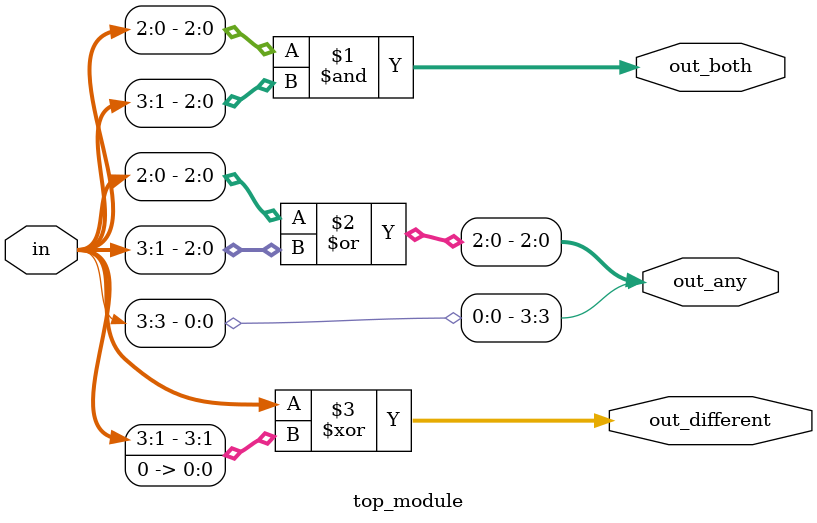
<source format=sv>
module top_module (
    input [3:0] in,
    output [2:0] out_both,
    output [3:0] out_any,
    output [3:0] out_different
);

assign out_both = in[2:0] & in[3:1];
assign out_any = {in[3], in[2:0] | in[3:1]};
assign out_different = in ^ {in[3:1], 1'b0};

endmodule

</source>
